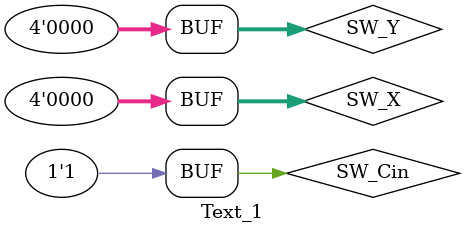
<source format=v>
`timescale 1ns / 1ps


module Text_1;

	// Inputs
	reg [3:0] SW_X;
	reg [3:0] SW_Y;
	reg SW_Cin;

	// Outputs
	wire [6:0] HEX_5;
	wire [6:0] HEX_3;
	wire [6:0] HEX_1;
	wire [6:0] HEX_0;
	wire LED_9;
	wire cout;

	// Instantiate the Unit Under Test (UUT)
	Exercise_2 uut (
		.SW_X(SW_X), 
		.SW_Y(SW_Y), 
		.SW_Cin(SW_Cin), 
		.HEX_5(HEX_5), 
		.HEX_3(HEX_3), 
		.HEX_1(HEX_1), 
		.HEX_0(HEX_0), 
		.LED_9(LED_9), 
		.cout(cout)
	);

	initial begin
		// Initialize Inputs
		SW_X = 0;
		SW_Y = 0;
		SW_Cin = 0;

		// Wait 100 ns for global reset to finish
		#100;
		
		SW_X = 2;
		SW_Y = 3;
		SW_Cin = 1;
		#100;

		SW_X = 0;
		SW_Y = 0;
		SW_Cin = 1;
		#100;
        
		// Add stimulus here

	end
      
endmodule


</source>
